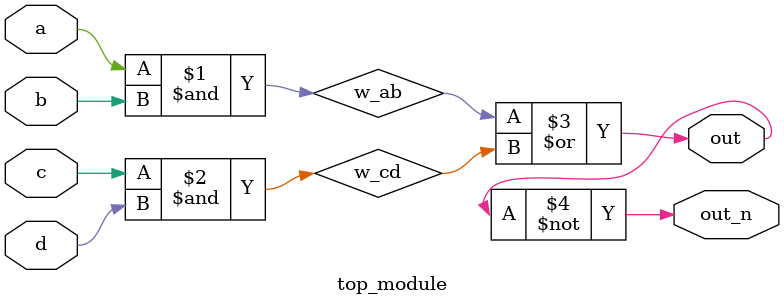
<source format=v>
`default_nettype none
module top_module (
    input  a,
    input  b,
    input  c,
    input  d,
    output out,
    output out_n
);

  wire w_ab;
  wire w_cd;

  assign w_ab  = a & b;
  assign w_cd  = c & d;

  assign out   = w_ab | w_cd;
  assign out_n = ~out;

endmodule

</source>
